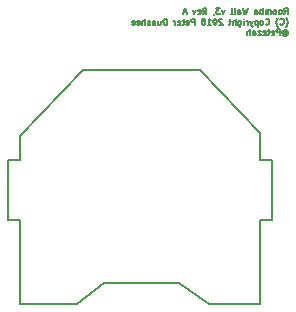
<source format=gbo>
G04 #@! TF.FileFunction,Legend,Bot*
%FSLAX46Y46*%
G04 Gerber Fmt 4.6, Leading zero omitted, Abs format (unit mm)*
G04 Created by KiCad (PCBNEW 4.0.6) date Monday, March 26, 2018 'PMt' 03:20:40 PM*
%MOMM*%
%LPD*%
G01*
G04 APERTURE LIST*
%ADD10C,0.100000*%
%ADD11C,0.127000*%
G04 APERTURE END LIST*
D10*
D11*
X172245262Y-110084810D02*
X172414595Y-109842905D01*
X172535548Y-110084810D02*
X172535548Y-109576810D01*
X172342024Y-109576810D01*
X172293643Y-109601000D01*
X172269452Y-109625190D01*
X172245262Y-109673571D01*
X172245262Y-109746143D01*
X172269452Y-109794524D01*
X172293643Y-109818714D01*
X172342024Y-109842905D01*
X172535548Y-109842905D01*
X171954976Y-110084810D02*
X172003357Y-110060619D01*
X172027548Y-110036429D01*
X172051738Y-109988048D01*
X172051738Y-109842905D01*
X172027548Y-109794524D01*
X172003357Y-109770333D01*
X171954976Y-109746143D01*
X171882405Y-109746143D01*
X171834024Y-109770333D01*
X171809833Y-109794524D01*
X171785643Y-109842905D01*
X171785643Y-109988048D01*
X171809833Y-110036429D01*
X171834024Y-110060619D01*
X171882405Y-110084810D01*
X171954976Y-110084810D01*
X171495357Y-110084810D02*
X171543738Y-110060619D01*
X171567929Y-110036429D01*
X171592119Y-109988048D01*
X171592119Y-109842905D01*
X171567929Y-109794524D01*
X171543738Y-109770333D01*
X171495357Y-109746143D01*
X171422786Y-109746143D01*
X171374405Y-109770333D01*
X171350214Y-109794524D01*
X171326024Y-109842905D01*
X171326024Y-109988048D01*
X171350214Y-110036429D01*
X171374405Y-110060619D01*
X171422786Y-110084810D01*
X171495357Y-110084810D01*
X171108310Y-110084810D02*
X171108310Y-109746143D01*
X171108310Y-109794524D02*
X171084119Y-109770333D01*
X171035738Y-109746143D01*
X170963167Y-109746143D01*
X170914786Y-109770333D01*
X170890595Y-109818714D01*
X170890595Y-110084810D01*
X170890595Y-109818714D02*
X170866405Y-109770333D01*
X170818024Y-109746143D01*
X170745452Y-109746143D01*
X170697072Y-109770333D01*
X170672881Y-109818714D01*
X170672881Y-110084810D01*
X170430977Y-110084810D02*
X170430977Y-109576810D01*
X170430977Y-109770333D02*
X170382596Y-109746143D01*
X170285834Y-109746143D01*
X170237453Y-109770333D01*
X170213262Y-109794524D01*
X170189072Y-109842905D01*
X170189072Y-109988048D01*
X170213262Y-110036429D01*
X170237453Y-110060619D01*
X170285834Y-110084810D01*
X170382596Y-110084810D01*
X170430977Y-110060619D01*
X169753643Y-110084810D02*
X169753643Y-109818714D01*
X169777834Y-109770333D01*
X169826215Y-109746143D01*
X169922977Y-109746143D01*
X169971358Y-109770333D01*
X169753643Y-110060619D02*
X169802024Y-110084810D01*
X169922977Y-110084810D01*
X169971358Y-110060619D01*
X169995548Y-110012238D01*
X169995548Y-109963857D01*
X169971358Y-109915476D01*
X169922977Y-109891286D01*
X169802024Y-109891286D01*
X169753643Y-109867095D01*
X169173072Y-109576810D02*
X169052119Y-110084810D01*
X168955357Y-109721952D01*
X168858595Y-110084810D01*
X168737643Y-109576810D01*
X168326405Y-110084810D02*
X168326405Y-109818714D01*
X168350596Y-109770333D01*
X168398977Y-109746143D01*
X168495739Y-109746143D01*
X168544120Y-109770333D01*
X168326405Y-110060619D02*
X168374786Y-110084810D01*
X168495739Y-110084810D01*
X168544120Y-110060619D01*
X168568310Y-110012238D01*
X168568310Y-109963857D01*
X168544120Y-109915476D01*
X168495739Y-109891286D01*
X168374786Y-109891286D01*
X168326405Y-109867095D01*
X168011929Y-110084810D02*
X168060310Y-110060619D01*
X168084501Y-110012238D01*
X168084501Y-109576810D01*
X167745834Y-110084810D02*
X167794215Y-110060619D01*
X167818406Y-110012238D01*
X167818406Y-109576810D01*
X167213644Y-109746143D02*
X167092691Y-110084810D01*
X166971739Y-109746143D01*
X166826596Y-109576810D02*
X166512119Y-109576810D01*
X166681453Y-109770333D01*
X166608881Y-109770333D01*
X166560500Y-109794524D01*
X166536310Y-109818714D01*
X166512119Y-109867095D01*
X166512119Y-109988048D01*
X166536310Y-110036429D01*
X166560500Y-110060619D01*
X166608881Y-110084810D01*
X166754024Y-110084810D01*
X166802405Y-110060619D01*
X166826596Y-110036429D01*
X166270214Y-110060619D02*
X166270214Y-110084810D01*
X166294405Y-110133190D01*
X166318595Y-110157381D01*
X165375166Y-110084810D02*
X165544499Y-109842905D01*
X165665452Y-110084810D02*
X165665452Y-109576810D01*
X165471928Y-109576810D01*
X165423547Y-109601000D01*
X165399356Y-109625190D01*
X165375166Y-109673571D01*
X165375166Y-109746143D01*
X165399356Y-109794524D01*
X165423547Y-109818714D01*
X165471928Y-109842905D01*
X165665452Y-109842905D01*
X164963928Y-110060619D02*
X165012309Y-110084810D01*
X165109071Y-110084810D01*
X165157452Y-110060619D01*
X165181642Y-110012238D01*
X165181642Y-109818714D01*
X165157452Y-109770333D01*
X165109071Y-109746143D01*
X165012309Y-109746143D01*
X164963928Y-109770333D01*
X164939737Y-109818714D01*
X164939737Y-109867095D01*
X165181642Y-109915476D01*
X164770404Y-109746143D02*
X164649451Y-110084810D01*
X164528499Y-109746143D01*
X163972117Y-109939667D02*
X163730212Y-109939667D01*
X164020498Y-110084810D02*
X163851165Y-109576810D01*
X163681831Y-110084810D01*
X172390405Y-111167333D02*
X172414595Y-111143143D01*
X172462976Y-111070571D01*
X172487167Y-111022190D01*
X172511357Y-110949619D01*
X172535548Y-110828667D01*
X172535548Y-110731905D01*
X172511357Y-110610952D01*
X172487167Y-110538381D01*
X172462976Y-110490000D01*
X172414595Y-110417429D01*
X172390405Y-110393238D01*
X171906595Y-110925429D02*
X171930785Y-110949619D01*
X172003357Y-110973810D01*
X172051738Y-110973810D01*
X172124309Y-110949619D01*
X172172690Y-110901238D01*
X172196881Y-110852857D01*
X172221071Y-110756095D01*
X172221071Y-110683524D01*
X172196881Y-110586762D01*
X172172690Y-110538381D01*
X172124309Y-110490000D01*
X172051738Y-110465810D01*
X172003357Y-110465810D01*
X171930785Y-110490000D01*
X171906595Y-110514190D01*
X171737262Y-111167333D02*
X171713071Y-111143143D01*
X171664690Y-111070571D01*
X171640500Y-111022190D01*
X171616309Y-110949619D01*
X171592119Y-110828667D01*
X171592119Y-110731905D01*
X171616309Y-110610952D01*
X171640500Y-110538381D01*
X171664690Y-110490000D01*
X171713071Y-110417429D01*
X171737262Y-110393238D01*
X170672880Y-110925429D02*
X170697070Y-110949619D01*
X170769642Y-110973810D01*
X170818023Y-110973810D01*
X170890594Y-110949619D01*
X170938975Y-110901238D01*
X170963166Y-110852857D01*
X170987356Y-110756095D01*
X170987356Y-110683524D01*
X170963166Y-110586762D01*
X170938975Y-110538381D01*
X170890594Y-110490000D01*
X170818023Y-110465810D01*
X170769642Y-110465810D01*
X170697070Y-110490000D01*
X170672880Y-110514190D01*
X170382594Y-110973810D02*
X170430975Y-110949619D01*
X170455166Y-110925429D01*
X170479356Y-110877048D01*
X170479356Y-110731905D01*
X170455166Y-110683524D01*
X170430975Y-110659333D01*
X170382594Y-110635143D01*
X170310023Y-110635143D01*
X170261642Y-110659333D01*
X170237451Y-110683524D01*
X170213261Y-110731905D01*
X170213261Y-110877048D01*
X170237451Y-110925429D01*
X170261642Y-110949619D01*
X170310023Y-110973810D01*
X170382594Y-110973810D01*
X169995547Y-110635143D02*
X169995547Y-111143143D01*
X169995547Y-110659333D02*
X169947166Y-110635143D01*
X169850404Y-110635143D01*
X169802023Y-110659333D01*
X169777832Y-110683524D01*
X169753642Y-110731905D01*
X169753642Y-110877048D01*
X169777832Y-110925429D01*
X169802023Y-110949619D01*
X169850404Y-110973810D01*
X169947166Y-110973810D01*
X169995547Y-110949619D01*
X169584309Y-110635143D02*
X169463356Y-110973810D01*
X169342404Y-110635143D02*
X169463356Y-110973810D01*
X169511737Y-111094762D01*
X169535928Y-111118952D01*
X169584309Y-111143143D01*
X169148880Y-110973810D02*
X169148880Y-110635143D01*
X169148880Y-110731905D02*
X169124689Y-110683524D01*
X169100499Y-110659333D01*
X169052118Y-110635143D01*
X169003737Y-110635143D01*
X168834404Y-110973810D02*
X168834404Y-110635143D01*
X168834404Y-110465810D02*
X168858594Y-110490000D01*
X168834404Y-110514190D01*
X168810213Y-110490000D01*
X168834404Y-110465810D01*
X168834404Y-110514190D01*
X168374784Y-110635143D02*
X168374784Y-111046381D01*
X168398975Y-111094762D01*
X168423165Y-111118952D01*
X168471546Y-111143143D01*
X168544118Y-111143143D01*
X168592499Y-111118952D01*
X168374784Y-110949619D02*
X168423165Y-110973810D01*
X168519927Y-110973810D01*
X168568308Y-110949619D01*
X168592499Y-110925429D01*
X168616689Y-110877048D01*
X168616689Y-110731905D01*
X168592499Y-110683524D01*
X168568308Y-110659333D01*
X168519927Y-110635143D01*
X168423165Y-110635143D01*
X168374784Y-110659333D01*
X168132880Y-110973810D02*
X168132880Y-110465810D01*
X167915165Y-110973810D02*
X167915165Y-110707714D01*
X167939356Y-110659333D01*
X167987737Y-110635143D01*
X168060308Y-110635143D01*
X168108689Y-110659333D01*
X168132880Y-110683524D01*
X167745832Y-110635143D02*
X167552308Y-110635143D01*
X167673261Y-110465810D02*
X167673261Y-110901238D01*
X167649070Y-110949619D01*
X167600689Y-110973810D01*
X167552308Y-110973810D01*
X167020117Y-110514190D02*
X166995927Y-110490000D01*
X166947546Y-110465810D01*
X166826593Y-110465810D01*
X166778212Y-110490000D01*
X166754022Y-110514190D01*
X166729831Y-110562571D01*
X166729831Y-110610952D01*
X166754022Y-110683524D01*
X167044308Y-110973810D01*
X166729831Y-110973810D01*
X166415355Y-110465810D02*
X166366974Y-110465810D01*
X166318593Y-110490000D01*
X166294402Y-110514190D01*
X166270212Y-110562571D01*
X166246021Y-110659333D01*
X166246021Y-110780286D01*
X166270212Y-110877048D01*
X166294402Y-110925429D01*
X166318593Y-110949619D01*
X166366974Y-110973810D01*
X166415355Y-110973810D01*
X166463736Y-110949619D01*
X166487926Y-110925429D01*
X166512117Y-110877048D01*
X166536307Y-110780286D01*
X166536307Y-110659333D01*
X166512117Y-110562571D01*
X166487926Y-110514190D01*
X166463736Y-110490000D01*
X166415355Y-110465810D01*
X165762211Y-110973810D02*
X166052497Y-110973810D01*
X165907354Y-110973810D02*
X165907354Y-110465810D01*
X165955735Y-110538381D01*
X166004116Y-110586762D01*
X166052497Y-110610952D01*
X165471925Y-110683524D02*
X165520306Y-110659333D01*
X165544497Y-110635143D01*
X165568687Y-110586762D01*
X165568687Y-110562571D01*
X165544497Y-110514190D01*
X165520306Y-110490000D01*
X165471925Y-110465810D01*
X165375163Y-110465810D01*
X165326782Y-110490000D01*
X165302592Y-110514190D01*
X165278401Y-110562571D01*
X165278401Y-110586762D01*
X165302592Y-110635143D01*
X165326782Y-110659333D01*
X165375163Y-110683524D01*
X165471925Y-110683524D01*
X165520306Y-110707714D01*
X165544497Y-110731905D01*
X165568687Y-110780286D01*
X165568687Y-110877048D01*
X165544497Y-110925429D01*
X165520306Y-110949619D01*
X165471925Y-110973810D01*
X165375163Y-110973810D01*
X165326782Y-110949619D01*
X165302592Y-110925429D01*
X165278401Y-110877048D01*
X165278401Y-110780286D01*
X165302592Y-110731905D01*
X165326782Y-110707714D01*
X165375163Y-110683524D01*
X164673639Y-110973810D02*
X164673639Y-110465810D01*
X164480115Y-110465810D01*
X164431734Y-110490000D01*
X164407543Y-110514190D01*
X164383353Y-110562571D01*
X164383353Y-110635143D01*
X164407543Y-110683524D01*
X164431734Y-110707714D01*
X164480115Y-110731905D01*
X164673639Y-110731905D01*
X163972115Y-110949619D02*
X164020496Y-110973810D01*
X164117258Y-110973810D01*
X164165639Y-110949619D01*
X164189829Y-110901238D01*
X164189829Y-110707714D01*
X164165639Y-110659333D01*
X164117258Y-110635143D01*
X164020496Y-110635143D01*
X163972115Y-110659333D01*
X163947924Y-110707714D01*
X163947924Y-110756095D01*
X164189829Y-110804476D01*
X163802781Y-110635143D02*
X163609257Y-110635143D01*
X163730210Y-110465810D02*
X163730210Y-110901238D01*
X163706019Y-110949619D01*
X163657638Y-110973810D01*
X163609257Y-110973810D01*
X163246400Y-110949619D02*
X163294781Y-110973810D01*
X163391543Y-110973810D01*
X163439924Y-110949619D01*
X163464114Y-110901238D01*
X163464114Y-110707714D01*
X163439924Y-110659333D01*
X163391543Y-110635143D01*
X163294781Y-110635143D01*
X163246400Y-110659333D01*
X163222209Y-110707714D01*
X163222209Y-110756095D01*
X163464114Y-110804476D01*
X163004495Y-110973810D02*
X163004495Y-110635143D01*
X163004495Y-110731905D02*
X162980304Y-110683524D01*
X162956114Y-110659333D01*
X162907733Y-110635143D01*
X162859352Y-110635143D01*
X162302971Y-110973810D02*
X162302971Y-110465810D01*
X162182018Y-110465810D01*
X162109447Y-110490000D01*
X162061066Y-110538381D01*
X162036875Y-110586762D01*
X162012685Y-110683524D01*
X162012685Y-110756095D01*
X162036875Y-110852857D01*
X162061066Y-110901238D01*
X162109447Y-110949619D01*
X162182018Y-110973810D01*
X162302971Y-110973810D01*
X161577256Y-110635143D02*
X161577256Y-110973810D01*
X161794971Y-110635143D02*
X161794971Y-110901238D01*
X161770780Y-110949619D01*
X161722399Y-110973810D01*
X161649828Y-110973810D01*
X161601447Y-110949619D01*
X161577256Y-110925429D01*
X161335352Y-110635143D02*
X161335352Y-110973810D01*
X161335352Y-110683524D02*
X161311161Y-110659333D01*
X161262780Y-110635143D01*
X161190209Y-110635143D01*
X161141828Y-110659333D01*
X161117637Y-110707714D01*
X161117637Y-110973810D01*
X160899923Y-110949619D02*
X160851542Y-110973810D01*
X160754780Y-110973810D01*
X160706399Y-110949619D01*
X160682209Y-110901238D01*
X160682209Y-110877048D01*
X160706399Y-110828667D01*
X160754780Y-110804476D01*
X160827352Y-110804476D01*
X160875733Y-110780286D01*
X160899923Y-110731905D01*
X160899923Y-110707714D01*
X160875733Y-110659333D01*
X160827352Y-110635143D01*
X160754780Y-110635143D01*
X160706399Y-110659333D01*
X160464495Y-110973810D02*
X160464495Y-110465810D01*
X160246780Y-110973810D02*
X160246780Y-110707714D01*
X160270971Y-110659333D01*
X160319352Y-110635143D01*
X160391923Y-110635143D01*
X160440304Y-110659333D01*
X160464495Y-110683524D01*
X159811352Y-110949619D02*
X159859733Y-110973810D01*
X159956495Y-110973810D01*
X160004876Y-110949619D01*
X160029066Y-110901238D01*
X160029066Y-110707714D01*
X160004876Y-110659333D01*
X159956495Y-110635143D01*
X159859733Y-110635143D01*
X159811352Y-110659333D01*
X159787161Y-110707714D01*
X159787161Y-110756095D01*
X160029066Y-110804476D01*
X159375923Y-110949619D02*
X159424304Y-110973810D01*
X159521066Y-110973810D01*
X159569447Y-110949619D01*
X159593637Y-110901238D01*
X159593637Y-110707714D01*
X159569447Y-110659333D01*
X159521066Y-110635143D01*
X159424304Y-110635143D01*
X159375923Y-110659333D01*
X159351732Y-110707714D01*
X159351732Y-110756095D01*
X159593637Y-110804476D01*
X172221071Y-111620905D02*
X172245262Y-111596714D01*
X172293643Y-111572524D01*
X172342024Y-111572524D01*
X172390405Y-111596714D01*
X172414595Y-111620905D01*
X172438786Y-111669286D01*
X172438786Y-111717667D01*
X172414595Y-111766048D01*
X172390405Y-111790238D01*
X172342024Y-111814429D01*
X172293643Y-111814429D01*
X172245262Y-111790238D01*
X172221071Y-111766048D01*
X172221071Y-111572524D02*
X172221071Y-111766048D01*
X172196881Y-111790238D01*
X172172690Y-111790238D01*
X172124310Y-111766048D01*
X172100119Y-111717667D01*
X172100119Y-111596714D01*
X172148500Y-111524143D01*
X172221071Y-111475762D01*
X172317833Y-111451571D01*
X172414595Y-111475762D01*
X172487167Y-111524143D01*
X172535548Y-111596714D01*
X172559738Y-111693476D01*
X172535548Y-111790238D01*
X172487167Y-111862810D01*
X172414595Y-111911190D01*
X172317833Y-111935381D01*
X172221071Y-111911190D01*
X172148500Y-111862810D01*
X171882405Y-111862810D02*
X171882405Y-111354810D01*
X171688881Y-111354810D01*
X171640500Y-111379000D01*
X171616309Y-111403190D01*
X171592119Y-111451571D01*
X171592119Y-111524143D01*
X171616309Y-111572524D01*
X171640500Y-111596714D01*
X171688881Y-111620905D01*
X171882405Y-111620905D01*
X171180881Y-111838619D02*
X171229262Y-111862810D01*
X171326024Y-111862810D01*
X171374405Y-111838619D01*
X171398595Y-111790238D01*
X171398595Y-111596714D01*
X171374405Y-111548333D01*
X171326024Y-111524143D01*
X171229262Y-111524143D01*
X171180881Y-111548333D01*
X171156690Y-111596714D01*
X171156690Y-111645095D01*
X171398595Y-111693476D01*
X171011547Y-111524143D02*
X170818023Y-111524143D01*
X170938976Y-111354810D02*
X170938976Y-111790238D01*
X170914785Y-111838619D01*
X170866404Y-111862810D01*
X170818023Y-111862810D01*
X170455166Y-111838619D02*
X170503547Y-111862810D01*
X170600309Y-111862810D01*
X170648690Y-111838619D01*
X170672880Y-111790238D01*
X170672880Y-111596714D01*
X170648690Y-111548333D01*
X170600309Y-111524143D01*
X170503547Y-111524143D01*
X170455166Y-111548333D01*
X170430975Y-111596714D01*
X170430975Y-111645095D01*
X170672880Y-111693476D01*
X170261642Y-111524143D02*
X169995546Y-111524143D01*
X170261642Y-111862810D01*
X169995546Y-111862810D01*
X169584308Y-111862810D02*
X169584308Y-111596714D01*
X169608499Y-111548333D01*
X169656880Y-111524143D01*
X169753642Y-111524143D01*
X169802023Y-111548333D01*
X169584308Y-111838619D02*
X169632689Y-111862810D01*
X169753642Y-111862810D01*
X169802023Y-111838619D01*
X169826213Y-111790238D01*
X169826213Y-111741857D01*
X169802023Y-111693476D01*
X169753642Y-111669286D01*
X169632689Y-111669286D01*
X169584308Y-111645095D01*
X169342404Y-111862810D02*
X169342404Y-111354810D01*
X169124689Y-111862810D02*
X169124689Y-111596714D01*
X169148880Y-111548333D01*
X169197261Y-111524143D01*
X169269832Y-111524143D01*
X169318213Y-111548333D01*
X169342404Y-111572524D01*
X148844000Y-122428000D02*
X149860000Y-122428000D01*
X149860000Y-122428000D02*
X149860000Y-120396000D01*
X149860000Y-120396000D02*
X155194000Y-114808000D01*
X155194000Y-114808000D02*
X165100000Y-114808000D01*
X165100000Y-114808000D02*
X170180000Y-120142000D01*
X170180000Y-120142000D02*
X170180000Y-122428000D01*
X170180000Y-122428000D02*
X171196000Y-122428000D01*
X171196000Y-122428000D02*
X171196000Y-127508000D01*
X171196000Y-127508000D02*
X170180000Y-127508000D01*
X170180000Y-127508000D02*
X170180000Y-134620000D01*
X170180000Y-134620000D02*
X165862000Y-134620000D01*
X165862000Y-134620000D02*
X163322000Y-132842000D01*
X163322000Y-132842000D02*
X156972000Y-132842000D01*
X156972000Y-132842000D02*
X154686000Y-134620000D01*
X154686000Y-134620000D02*
X149860000Y-134620000D01*
X149860000Y-134620000D02*
X149860000Y-127508000D01*
X149860000Y-127508000D02*
X148844000Y-127508000D01*
X148844000Y-127508000D02*
X148844000Y-122428000D01*
M02*

</source>
